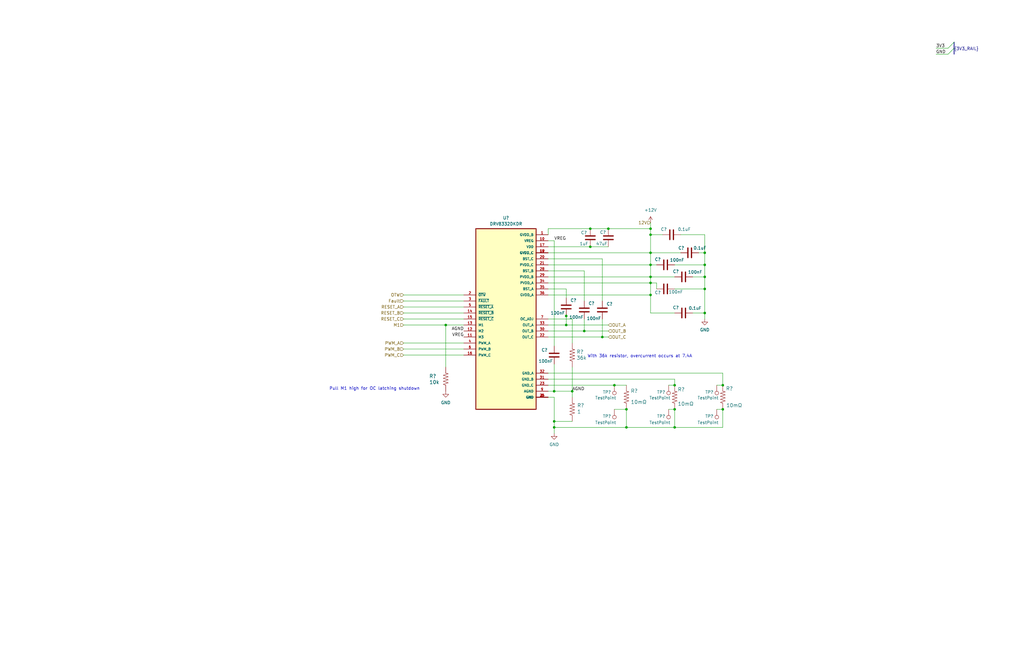
<source format=kicad_sch>
(kicad_sch (version 20230121) (generator eeschema)
  (paper "USLedger")
  (lib_symbols
    (symbol "Connector:TestPoint" (pin_numbers hide) (pin_names (offset 0.762) hide)
      (property "Reference" "TP" (at 0 6.858 0))
      (property "Value" "TestPoint" (at 0 5.08 0))
      (symbol "TestPoint_0_1"
        (circle (center 0 3.302) (radius 0.762))
      )
      (symbol "TestPoint_1_1"
        (pin passive line (at 0 0 90) (length 2.54) (name "1") (number "1"))
      )
    )
    (symbol "Device:C" (pin_numbers hide) (pin_names (offset 0.254))
      (property "Reference" "C" (at 0.635 2.54 0))
      (property "Value" "C" (at 0.635 -2.54 0))
      (symbol "C_0_1"
        (polyline (pts (xy -2.032 -0.762) (xy 2.032 -0.762)) (stroke (width 0.508)))
        (polyline (pts (xy -2.032 0.762) (xy 2.032 0.762)) (stroke (width 0.508)))
      )
      (symbol "C_1_1"
        (pin passive line (at 0 3.81 270) (length 2.794) (name "~") (number "1"))
        (pin passive line (at 0 -3.81 90) (length 2.794) (name "~") (number "2"))
      )
    )
    (symbol "adcs:DRV8332DKDR" (pin_names (offset 1.016))
      (property "Reference" "U" (at -12.7 39.1 0))
      (property "Value" "DRV8332DKDR" (at -12.7 -42.1 0))
      (symbol "DRV8332DKDR_0_0"
        (rectangle (start -12.7 -38.1) (end 12.7 38.1) (stroke (width 0.41)) (fill (type background)))
        (pin power_in line (at 17.78 35.56 180) (length 5.08) (name "GVDD_B") (number "1"))
        (pin power_in line (at 17.78 33.02 180) (length 5.08) (name "VREG") (number "10"))
        (pin input line (at -17.78 -7.62 0) (length 5.08) (name "M3") (number "11"))
        (pin input line (at -17.78 -5.08 0) (length 5.08) (name "M2") (number "12"))
        (pin input line (at -17.78 -2.54 0) (length 5.08) (name "M1") (number "13"))
        (pin input line (at -17.78 2.54 0) (length 5.08) (name "~{RESET_B}") (number "14"))
        (pin input line (at -17.78 0 0) (length 5.08) (name "~{RESET_C}") (number "15"))
        (pin input line (at -17.78 -15.24 0) (length 5.08) (name "PWM_C") (number "16"))
        (pin power_in line (at 17.78 30.48 180) (length 5.08) (name "VDD") (number "17"))
        (pin power_in line (at 17.78 27.94 180) (length 5.08) (name "GVDD_C") (number "18"))
        (pin power_in line (at 17.78 27.94 180) (length 5.08) (name "GVDD_C") (number "19"))
        (pin output line (at -17.78 10.16 0) (length 5.08) (name "~{OTW}") (number "2"))
        (pin power_in line (at 17.78 25.4 180) (length 5.08) (name "BST_C") (number "20"))
        (pin power_in line (at 17.78 22.86 180) (length 5.08) (name "PVDD_C") (number "21"))
        (pin output line (at 17.78 -7.62 180) (length 5.08) (name "OUT_C") (number "22"))
        (pin power_in line (at 17.78 -27.94 180) (length 5.08) (name "GND_C") (number "23"))
        (pin power_in line (at 17.78 -33.02 180) (length 5.08) (name "GND") (number "24"))
        (pin power_in line (at 17.78 -33.02 180) (length 5.08) (name "GND") (number "25"))
        (pin power_in line (at 17.78 20.32 180) (length 5.08) (name "BST_B") (number "28"))
        (pin power_in line (at 17.78 17.78 180) (length 5.08) (name "PVDD_B") (number "29"))
        (pin output line (at -17.78 7.62 0) (length 5.08) (name "~{FAULT}") (number "3"))
        (pin output line (at 17.78 -5.08 180) (length 5.08) (name "OUT_B") (number "30"))
        (pin power_in line (at 17.78 -25.4 180) (length 5.08) (name "GND_B") (number "31"))
        (pin power_in line (at 17.78 -22.86 180) (length 5.08) (name "GND_A") (number "32"))
        (pin output line (at 17.78 -2.54 180) (length 5.08) (name "OUT_A") (number "33"))
        (pin power_in line (at 17.78 15.24 180) (length 5.08) (name "PVDD_A") (number "34"))
        (pin power_in line (at 17.78 12.7 180) (length 5.08) (name "BST_A") (number "35"))
        (pin power_in line (at 17.78 10.16 180) (length 5.08) (name "GVDD_A") (number "36"))
        (pin input line (at -17.78 -10.16 0) (length 5.08) (name "PWM_A") (number "4"))
        (pin input line (at -17.78 5.08 0) (length 5.08) (name "~{RESET_A}") (number "5"))
        (pin input line (at -17.78 -12.7 0) (length 5.08) (name "PWM_B") (number "6"))
        (pin output line (at 17.78 0 180) (length 5.08) (name "OC_ADJ") (number "7"))
        (pin power_in line (at 17.78 -33.02 180) (length 5.08) (name "GND") (number "8"))
        (pin power_in line (at 17.78 -30.48 180) (length 5.08) (name "AGND") (number "9"))
      )
    )
    (symbol "power:+12V" (power) (pin_names (offset 0))
      (property "Value" "+12V" (at 0 3.556 0))
      (symbol "+12V_0_1"
        (polyline (pts (xy -0.762 1.27) (xy 0 2.54)))
        (polyline (pts (xy 0 0) (xy 0 2.54)))
        (polyline (pts (xy 0 2.54) (xy 0.762 1.27)))
      )
      (symbol "+12V_1_1"
        (pin power_in line (at 0 0 90) (length 0) hide (name "+12V") (number "1"))
      )
    )
    (symbol "power:GND" (power) (pin_names (offset 0))
      (property "Value" "GND" (at 0 -3.81 0))
      (symbol "GND_0_1"
        (polyline (pts (xy 0 0) (xy 0 -1.27) (xy 1.27 -1.27) (xy 0 -2.54) (xy -1.27 -1.27) (xy 0 -1.27)))
      )
      (symbol "GND_1_1"
        (pin power_in line (at 0 0 270) (length 0) hide (name "GND") (number "1"))
      )
    )
    (symbol "pycubed_mainboard:R-US_R0603" (pin_names (offset 1.016))
      (property "Reference" "R" (at -3.81 1.4986 0))
      (property "Value" "R-US_R0603" (at -3.81 -3.302 0))
      (symbol "R-US_R0603_1_0"
        (polyline (pts (xy -2.54 0) (xy -2.159 1.016)))
        (polyline (pts (xy -2.159 1.016) (xy -1.524 -1.016)))
        (polyline (pts (xy -1.524 -1.016) (xy -0.889 1.016)))
        (polyline (pts (xy -0.889 1.016) (xy -0.254 -1.016)))
        (polyline (pts (xy -0.254 -1.016) (xy 0.381 1.016)))
        (polyline (pts (xy 0.381 1.016) (xy 1.016 -1.016)))
        (polyline (pts (xy 1.016 -1.016) (xy 1.651 1.016)))
        (polyline (pts (xy 1.651 1.016) (xy 2.286 -1.016)))
        (polyline (pts (xy 2.286 -1.016) (xy 2.54 0)))
        (pin passive line (at -5.08 0 0) (length 2.54) (name "1") (number "1"))
        (pin passive line (at 5.08 0 180) (length 2.54) (name "2") (number "2"))
      )
    )
  )
  (junction (at 256.54 96.52))
  (junction (at 238.76 137.16))
  (junction (at 274.32 116.84))
  (junction (at 246.38 139.7))
  (junction (at 274.32 99.06))
  (junction (at 238.76 133.35))
  (junction (at 297.18 132.08))
  (junction (at 284.48 172.72))
  (junction (at 274.32 124.46))
  (junction (at 304.8 162.56))
  (junction (at 274.32 106.68))
  (junction (at 274.32 111.76))
  (junction (at 248.92 104.14))
  (junction (at 233.68 180.34))
  (junction (at 304.8 172.72))
  (junction (at 274.32 119.38))
  (junction (at 297.18 121.92))
  (junction (at 241.3 165.1))
  (junction (at 254 142.24))
  (junction (at 284.48 162.56))
  (junction (at 297.18 111.76))
  (junction (at 248.92 96.52))
  (junction (at 233.68 177.8))
  (junction (at 259.08 162.56))
  (junction (at 233.68 165.1))
  (junction (at 284.48 180.34))
  (junction (at 297.18 116.84))
  (junction (at 274.32 96.52))
  (junction (at 264.16 172.72))
  (junction (at 264.16 180.34))
  (junction (at 297.18 106.68))
  (junction (at 187.96 137.16))
  (bus_entry (at 402.336 20.32) (size -2.54 2.54))
  (bus_entry (at 402.336 17.78) (size -2.54 2.54))
  (wire (pts (xy 246.38 139.7) (xy 256.54 139.7)))
  (wire (pts (xy 304.8 157.48) (xy 304.8 162.56)))
  (wire (pts (xy 302.26 172.72) (xy 304.8 172.72)))
  (wire (pts (xy 170.18 127) (xy 195.58 127)))
  (wire (pts (xy 231.14 109.22) (xy 254 109.22)))
  (wire (pts (xy 254 134.62) (xy 254 142.24)))
  (wire (pts (xy 394.716 20.32) (xy 399.796 20.32)))
  (wire (pts (xy 256.54 96.52) (xy 274.32 96.52)))
  (wire (pts (xy 274.32 119.38) (xy 274.32 124.46)))
  (wire (pts (xy 248.92 96.52) (xy 256.54 96.52)))
  (wire (pts (xy 233.68 180.34) (xy 233.68 182.88)))
  (wire (pts (xy 287.02 99.06) (xy 297.18 99.06)))
  (wire (pts (xy 297.18 121.92) (xy 297.18 132.08)))
  (wire (pts (xy 297.18 132.08) (xy 297.18 134.62)))
  (wire (pts (xy 281.94 172.72) (xy 284.48 172.72)))
  (wire (pts (xy 274.32 93.98) (xy 274.32 96.52)))
  (wire (pts (xy 294.64 106.68) (xy 297.18 106.68)))
  (wire (pts (xy 231.14 121.92) (xy 238.76 121.92)))
  (wire (pts (xy 297.18 116.84) (xy 297.18 121.92)))
  (wire (pts (xy 246.38 114.3) (xy 246.38 127)))
  (wire (pts (xy 231.14 142.24) (xy 254 142.24)))
  (wire (pts (xy 297.18 111.76) (xy 297.18 116.84)))
  (wire (pts (xy 274.32 111.76) (xy 274.32 116.84)))
  (wire (pts (xy 292.1 116.84) (xy 297.18 116.84)))
  (wire (pts (xy 274.32 106.68) (xy 287.02 106.68)))
  (wire (pts (xy 292.1 132.08) (xy 297.18 132.08)))
  (wire (pts (xy 284.48 116.84) (xy 274.32 116.84)))
  (wire (pts (xy 274.32 106.68) (xy 274.32 111.76)))
  (wire (pts (xy 231.14 106.68) (xy 274.32 106.68)))
  (wire (pts (xy 231.14 124.46) (xy 274.32 124.46)))
  (wire (pts (xy 284.48 162.56) (xy 281.94 162.56)))
  (wire (pts (xy 231.14 165.1) (xy 233.68 165.1)))
  (wire (pts (xy 274.32 116.84) (xy 274.32 119.38)))
  (wire (pts (xy 297.18 106.68) (xy 297.18 111.76)))
  (wire (pts (xy 297.18 99.06) (xy 297.18 106.68)))
  (wire (pts (xy 187.96 137.16) (xy 187.96 154.94)))
  (wire (pts (xy 231.14 114.3) (xy 246.38 114.3)))
  (wire (pts (xy 231.14 134.62) (xy 241.3 134.62)))
  (wire (pts (xy 231.14 104.14) (xy 248.92 104.14)))
  (wire (pts (xy 231.14 157.48) (xy 304.8 157.48)))
  (wire (pts (xy 233.68 177.8) (xy 233.68 180.34)))
  (wire (pts (xy 274.32 132.08) (xy 284.48 132.08)))
  (wire (pts (xy 264.16 180.34) (xy 233.68 180.34)))
  (wire (pts (xy 284.48 160.02) (xy 284.48 162.56)))
  (wire (pts (xy 233.68 167.64) (xy 233.68 177.8)))
  (wire (pts (xy 233.68 165.1) (xy 241.3 165.1)))
  (wire (pts (xy 241.3 134.62) (xy 241.3 144.78)))
  (wire (pts (xy 231.14 162.56) (xy 259.08 162.56)))
  (wire (pts (xy 231.14 139.7) (xy 246.38 139.7)))
  (wire (pts (xy 284.48 172.72) (xy 284.48 180.34)))
  (wire (pts (xy 254 109.22) (xy 254 127)))
  (wire (pts (xy 170.18 134.62) (xy 195.58 134.62)))
  (wire (pts (xy 233.68 153.67) (xy 233.68 165.1)))
  (wire (pts (xy 231.14 116.84) (xy 274.32 116.84)))
  (wire (pts (xy 274.32 99.06) (xy 274.32 106.68)))
  (wire (pts (xy 274.32 96.52) (xy 274.32 99.06)))
  (wire (pts (xy 254 142.24) (xy 256.54 142.24)))
  (wire (pts (xy 170.18 147.32) (xy 195.58 147.32)))
  (bus (pts (xy 402.336 20.32) (xy 402.336 22.86)))
  (wire (pts (xy 187.96 137.16) (xy 195.58 137.16)))
  (wire (pts (xy 231.14 96.52) (xy 248.92 96.52)))
  (wire (pts (xy 241.3 165.1) (xy 241.3 167.64)))
  (wire (pts (xy 284.48 121.92) (xy 297.18 121.92)))
  (wire (pts (xy 284.48 180.34) (xy 264.16 180.34)))
  (wire (pts (xy 170.18 137.16) (xy 187.96 137.16)))
  (wire (pts (xy 233.68 177.8) (xy 241.3 177.8)))
  (wire (pts (xy 276.86 121.92) (xy 276.86 119.38)))
  (wire (pts (xy 233.68 167.64) (xy 231.14 167.64)))
  (wire (pts (xy 170.18 129.54) (xy 195.58 129.54)))
  (wire (pts (xy 238.76 132.08) (xy 238.76 133.35)))
  (wire (pts (xy 170.18 149.86) (xy 195.58 149.86)))
  (wire (pts (xy 304.8 162.56) (xy 302.26 162.56)))
  (wire (pts (xy 238.76 121.92) (xy 238.76 125.73)))
  (wire (pts (xy 238.76 137.16) (xy 256.54 137.16)))
  (wire (pts (xy 170.18 144.78) (xy 195.58 144.78)))
  (wire (pts (xy 284.48 111.76) (xy 297.18 111.76)))
  (wire (pts (xy 274.32 119.38) (xy 276.86 119.38)))
  (wire (pts (xy 259.08 172.72) (xy 264.16 172.72)))
  (bus (pts (xy 402.336 17.78) (xy 402.336 20.32)))
  (wire (pts (xy 233.68 101.6) (xy 231.14 101.6)))
  (wire (pts (xy 246.38 139.7) (xy 246.38 134.62)))
  (wire (pts (xy 274.32 99.06) (xy 279.4 99.06)))
  (wire (pts (xy 231.14 119.38) (xy 274.32 119.38)))
  (wire (pts (xy 241.3 154.94) (xy 241.3 165.1)))
  (wire (pts (xy 304.8 180.34) (xy 284.48 180.34)))
  (wire (pts (xy 170.18 132.08) (xy 195.58 132.08)))
  (wire (pts (xy 264.16 162.56) (xy 259.08 162.56)))
  (wire (pts (xy 394.716 22.86) (xy 399.796 22.86)))
  (wire (pts (xy 231.14 160.02) (xy 284.48 160.02)))
  (wire (pts (xy 274.32 124.46) (xy 274.32 132.08)))
  (wire (pts (xy 231.14 137.16) (xy 238.76 137.16)))
  (wire (pts (xy 233.68 101.6) (xy 233.68 146.05)))
  (wire (pts (xy 276.86 111.76) (xy 274.32 111.76)))
  (wire (pts (xy 304.8 172.72) (xy 304.8 180.34)))
  (wire (pts (xy 264.16 172.72) (xy 264.16 180.34)))
  (wire (pts (xy 231.14 111.76) (xy 274.32 111.76)))
  (wire (pts (xy 248.92 104.14) (xy 256.54 104.14)))
  (wire (pts (xy 231.14 96.52) (xy 231.14 99.06)))
  (wire (pts (xy 170.18 124.46) (xy 195.58 124.46)))
  (wire (pts (xy 238.76 133.35) (xy 238.76 137.16)))
  (text "With 36k resistor, overcurrent occurs at 7.4A" (at 247.6754 151.1046 0) (effects (font (size 1.27 1.27)) (justify left bottom)))
  (text "Pull M1 high for OC latching shutdown" (at 177.0634 164.8206 0) (effects (font (size 1.27 1.27)) (justify right bottom)))
  (label "AGND" (at 195.58 139.7 180))
  (label "VREG" (at 195.58 142.24 180))
  (label "GND" (at 394.716 22.86 0))
  (label "3V3" (at 394.716 20.32 0))
  (label "VREG" (at 233.68 101.6 0))
  (label "AGND" (at 241.3 165.1 0))
  (label "{3V3_RAIL}" (at 402.336 21.59 0))
  (hierarchical_label "OUT_C" (shape input) (at 256.54 142.24 0))
  (hierarchical_label "Fault" (shape input) (at 170.18 127 180))
  (hierarchical_label "12V" (shape input) (at 274.32 93.98 180))
  (hierarchical_label "RESET_C" (shape input) (at 170.18 134.62 180))
  (hierarchical_label "OUT_B" (shape input) (at 256.54 139.7 0))
  (hierarchical_label "RESET_B" (shape input) (at 170.18 132.08 180))
  (hierarchical_label "PWM_C" (shape input) (at 170.18 149.86 180))
  (hierarchical_label "OTW" (shape input) (at 170.18 124.46 180))
  (hierarchical_label "PWM_A" (shape input) (at 170.18 144.78 180))
  (hierarchical_label "PWM_B" (shape input) (at 170.18 147.32 180))
  (hierarchical_label "OUT_A" (shape input) (at 256.54 137.16 0))
  (hierarchical_label "M1" (shape input) (at 170.18 137.16 180))
  (hierarchical_label "RESET_A" (shape input) (at 170.18 129.54 180))
  (symbol (lib_id "pycubed_mainboard:R-US_R0603") (at 264.16 167.64 90) (unit 1)
    (property "Reference" "R?" (at 265.938 164.973 90) (effects (font (size 1.4986 1.4986)) (justify right)))
    (property "Value" "10mΩ" (at 265.938 169.672 90) (effects (font (size 1.4986 1.4986)) (justify right)))
  )
  (symbol (lib_id "Device:C") (at 246.38 130.81 180) (unit 1)
    (property "Reference" "C?" (at 249.428 128.016 0))
    (property "Value" "100nF" (at 243.078 133.858 0))
  )
  (symbol (lib_id "power:GND") (at 233.68 182.88 0) (unit 1)
    (property "Reference" "#PWR?" (effects hide))
    (property "Value" "GND" (at 233.68 187.579 0))
  )
  (symbol (lib_id "Connector:TestPoint") (at 281.94 172.72 180) (unit 1)
    (property "Reference" "TP?" (at 280.543 175.6605 0) (effects (justify left)))
    (property "Value" "TestPoint" (at 282.702 178.308 0) (effects (justify left)))
    (property "Footprint" "TestPoint:TestPoint_Pad_D1.0mm" (effects hide))
  )
  (symbol (lib_id "pycubed_mainboard:R-US_R0603") (at 284.48 167.64 90) (unit 1)
    (property "Reference" "R?" (at 285.75 164.338 90) (effects (font (size 1.4986 1.4986)) (justify right)))
    (property "Value" "10mΩ" (at 285.75 170.434 90) (effects (font (size 1.4986 1.4986)) (justify right)))
  )
  (symbol (lib_id "power:GND") (at 297.18 134.62 0) (unit 1)
    (property "Reference" "#PWR?" (effects hide))
    (property "Value" "GND" (at 297.18 139.192 0))
  )
  (symbol (lib_id "pycubed_mainboard:R-US_R0603") (at 241.3 149.86 90) (unit 1)
    (property "Reference" "R?" (at 243.078 148.463 90) (effects (font (size 1.4986 1.4986)) (justify right)))
    (property "Value" "36k" (at 243.078 151.003 90) (effects (font (size 1.4986 1.4986)) (justify right)))
  )
  (symbol (lib_id "Connector:TestPoint") (at 302.26 162.56 180) (unit 1)
    (property "Reference" "TP?" (at 300.863 165.5005 0) (effects (justify left)))
    (property "Value" "TestPoint" (at 303.022 167.894 0) (effects (justify left)))
    (property "Footprint" "TestPoint:TestPoint_Pad_D1.0mm" (effects hide))
  )
  (symbol (lib_id "Connector:TestPoint") (at 302.26 172.72 180) (unit 1)
    (property "Reference" "TP?" (at 300.863 175.6605 0) (effects (justify left)))
    (property "Value" "TestPoint" (at 303.022 178.308 0) (effects (justify left)))
    (property "Footprint" "TestPoint:TestPoint_Pad_D1.0mm" (effects hide))
  )
  (symbol (lib_id "Device:C") (at 283.21 99.06 90) (unit 1)
    (property "Reference" "C?" (at 279.908 96.774 90))
    (property "Value" "0.1uF" (at 288.544 96.774 90))
  )
  (symbol (lib_id "adcs:DRV8332DKDR") (at 213.36 134.62 0) (unit 1)
    (property "Reference" "U?" (at 213.36 91.948 0))
    (property "Value" "DRV8332DKDR" (at 213.36 94.488 0))
    (property "Footprint" "DRV8332DKDR:SOP65P1420X360-36N" (effects hide))
    (property "MF" "Texas Instruments" (effects hide))
    (property "Description" "\n70-V max, 9.7A peak 3-phase motor driver with heatsink connection\n" (effects hide))
    (property "Package" "HSSOP-36 Texas Instruments" (effects hide))
    (property "Price" "None" (effects hide))
    (property "SnapEDA_Link" "https://www.snapeda.com/parts/DRV8332DKDR/Texas+Instruments/view-part/?ref=snap" (effects hide))
    (property "MP" "DRV8332DKDR" (effects hide))
    (property "Purchase-URL" "https://www.snapeda.com/api/url_track_click_mouser/?unipart_id=44976&manufacturer=Texas Instruments&part_name=DRV8332DKDR&search_term=None" (effects hide))
    (property "Availability" "In Stock" (effects hide))
    (property "Check_prices" "https://www.snapeda.com/parts/DRV8332DKDR/Texas+Instruments/view-part/?ref=eda" (effects hide))
  )
  (symbol (lib_id "Device:C") (at 256.54 100.33 180) (unit 1)
    (property "Reference" "C?" (at 254.254 98.044 0))
    (property "Value" "47uF" (at 253.746 102.87 0))
  )
  (symbol (lib_id "Device:C") (at 233.68 149.86 180) (unit 1)
    (property "Reference" "C?" (at 229.616 147.701 0))
    (property "Value" "100nF" (at 230.124 152.4 0))
  )
  (symbol (lib_id "Connector:TestPoint") (at 259.08 172.72 180) (unit 1)
    (property "Reference" "TP?" (at 257.683 175.6605 0) (effects (justify left)))
    (property "Value" "TestPoint" (at 259.842 178.308 0) (effects (justify left)))
    (property "Footprint" "TestPoint:TestPoint_Pad_D1.0mm" (effects hide))
  )
  (symbol (lib_id "pycubed_mainboard:R-US_R0603") (at 304.8 167.64 90) (unit 1)
    (property "Reference" "R?" (at 306.07 163.957 90) (effects (font (size 1.4986 1.4986)) (justify right)))
    (property "Value" "10mΩ" (at 306.197 171.069 90) (effects (font (size 1.4986 1.4986)) (justify right)))
  )
  (symbol (lib_id "Device:C") (at 288.29 116.84 90) (unit 1)
    (property "Reference" "C?" (at 284.988 114.554 90))
    (property "Value" "100nF" (at 293.116 114.808 90))
  )
  (symbol (lib_id "pycubed_mainboard:R-US_R0603") (at 187.96 160.02 90) (unit 1)
    (property "Reference" "R?" (at 180.975 158.75 90) (effects (font (size 1.4986 1.4986)) (justify right)))
    (property "Value" "10k" (at 180.975 161.29 90) (effects (font (size 1.4986 1.4986)) (justify right)))
  )
  (symbol (lib_id "Connector:TestPoint") (at 259.08 162.56 180) (unit 1)
    (property "Reference" "TP?" (at 257.683 165.5005 0) (effects (justify left)))
    (property "Value" "TestPoint" (at 259.842 167.894 0) (effects (justify left)))
    (property "Footprint" "TestPoint:TestPoint_Pad_D1.0mm" (effects hide))
  )
  (symbol (lib_id "pycubed_mainboard:R-US_R0603") (at 241.3 172.72 90) (unit 1)
    (property "Reference" "R?" (at 243.332 171.069 90) (effects (font (size 1.4986 1.4986)) (justify right)))
    (property "Value" "1" (at 243.332 173.736 90) (effects (font (size 1.4986 1.4986)) (justify right)))
  )
  (symbol (lib_id "Device:C") (at 238.76 129.54 180) (unit 1)
    (property "Reference" "C?" (at 241.808 126.746 0))
    (property "Value" "100nF" (at 235.204 132.08 0))
  )
  (symbol (lib_id "Device:C") (at 280.67 121.92 90) (unit 1)
    (property "Reference" "C?" (at 277.368 123.444 90))
    (property "Value" "100nF" (at 284.988 123.19 90))
  )
  (symbol (lib_id "Device:C") (at 254 130.81 180) (unit 1)
    (property "Reference" "C?" (at 257.048 128.27 0))
    (property "Value" "100nF" (at 250.444 134.366 0))
  )
  (symbol (lib_id "power:+12V") (at 274.32 93.98 0) (unit 1)
    (property "Reference" "#PWR?" (effects hide))
    (property "Value" "+12V" (at 274.32 88.646 0))
  )
  (symbol (lib_id "Connector:TestPoint") (at 281.94 162.56 180) (unit 1)
    (property "Reference" "TP?" (at 280.543 165.5005 0) (effects (justify left)))
    (property "Value" "TestPoint" (at 282.702 167.894 0) (effects (justify left)))
    (property "Footprint" "TestPoint:TestPoint_Pad_D1.0mm" (effects hide))
  )
  (symbol (lib_id "Device:C") (at 288.29 132.08 90) (unit 1)
    (property "Reference" "C?" (at 284.988 129.794 90))
    (property "Value" "0.1uF" (at 293.116 130.048 90))
  )
  (symbol (lib_id "Device:C") (at 280.67 111.76 90) (unit 1)
    (property "Reference" "C?" (at 277.368 109.474 90))
    (property "Value" "100nF" (at 285.496 109.728 90))
  )
  (symbol (lib_id "power:GND") (at 187.96 165.1 0) (unit 1)
    (property "Reference" "#PWR?" (effects hide))
    (property "Value" "GND" (at 187.96 169.926 0))
  )
  (symbol (lib_id "Device:C") (at 248.92 100.33 180) (unit 1)
    (property "Reference" "C?" (at 246.253 98.171 0))
    (property "Value" "1uF" (at 246.253 102.87 0))
  )
  (symbol (lib_id "Device:C") (at 290.83 106.68 90) (unit 1)
    (property "Reference" "C?" (at 287.274 104.648 90))
    (property "Value" "0.1uF" (at 295.148 104.648 90))
  )
)
</source>
